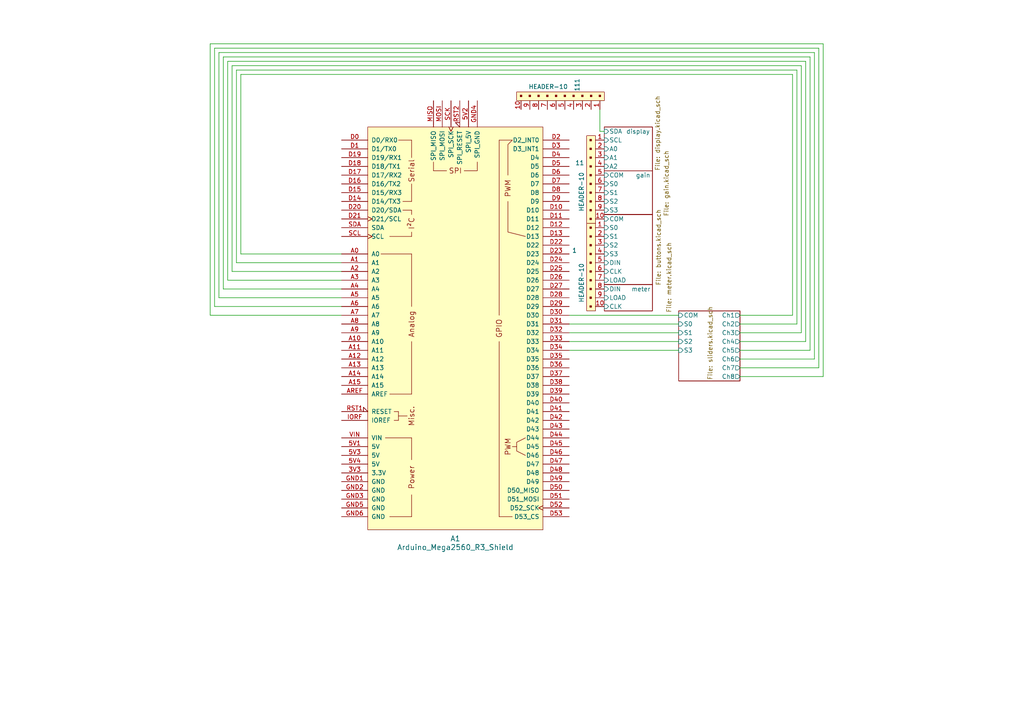
<source format=kicad_sch>
(kicad_sch (version 20231120) (generator "eeschema") (generator_version "8.0")
  (paper "A4")
  (title_block (title "mixer") (date "2024-07-13") (rev "0"))
  (lib_symbols
    (symbol "arduino-library:Arduino_Mega2560_R3_Shield" (pin_names (offset 1.016))
      (property "Reference" "A" (at 0 -62.23 0))
      (property "Value" "Arduino_Mega2560_R3_Shield" (at 0 -66.04 0))
      (symbol "Arduino_Mega2560_R3_Shield_0_0"
        (rectangle (start -25.4 -58.42) (end 25.4 58.42) (fill (type background)))
        (rectangle (start -20.32 -31.75) (end -12.7 -31.75))
        (rectangle (start -19.05 -54.61) (end -12.7 -54.61))
        (rectangle (start -19.05 -19.05) (end -12.7 -19.05))
        (rectangle (start -19.05 26.67) (end -12.7 26.67))
        (rectangle (start -17.78 -26.67) (end -16.51 -26.67))
        (rectangle (start -17.78 -24.13) (end -16.51 -24.13))
        (rectangle (start -16.51 -25.4) (end -13.97 -25.4))
        (rectangle (start -16.51 -24.13) (end -16.51 -26.67))
        (rectangle (start -16.51 54.61) (end -12.7 54.61))
        (rectangle (start -15.24 34.29) (end -12.7 34.29))
        (rectangle (start -15.24 36.83) (end -12.7 36.83))
        (rectangle (start -12.7 -54.61) (end -12.7 -48.26))
        (rectangle (start -12.7 -31.75) (end -12.7 -38.1))
        (rectangle (start -12.7 26.67) (end -12.7 27.94))
        (rectangle (start -12.7 34.29) (end -12.7 33.02))
        (rectangle (start -12.7 41.91) (end -12.7 36.83))
        (rectangle (start -12.7 49.53) (end -12.7 54.61))
        (rectangle (start -6.35 48.26) (end -6.35 45.72))
        (rectangle (start -2.54 45.72) (end -6.35 45.72))
        (polyline (pts (xy -21.59 21.59) (xy -12.7 21.59)))
        (polyline (pts (xy -12.7 -19.05) (xy -12.7 -3.81)))
        (polyline (pts (xy -12.7 6.35) (xy -12.7 21.59)))
        (polyline (pts (xy 12.7 -54.61) (xy 16.51 -54.61)))
        (polyline (pts (xy 12.7 54.61) (xy 16.51 54.61)))
        (polyline (pts (xy 17.78 -34.29) (xy 16.51 -34.29)))
        (polyline (pts (xy 15.24 36.83) (xy 15.24 27.94) (xy 20.32 26.67)))
        (polyline (pts (xy 15.24 44.45) (xy 15.24 53.34) (xy 16.51 54.61)))
        (polyline (pts (xy 20.32 -31.75) (xy 17.78 -33.02) (xy 17.78 -35.56) (xy 20.32 -36.83)))
        (rectangle (start 6.35 45.72) (end 2.54 45.72))
        (rectangle (start 6.35 48.26) (end 6.35 45.72))
        (text "Analog" (at -12.7 1.27 900) (effects (font (size 1.524 1.524))))
        (text "I²C" (at -12.7 30.48 900) (effects (font (size 1.524 1.524))))
        (text "Misc." (at -12.7 -25.4 900) (effects (font (size 1.524 1.524))))
        (text "Power" (at -12.7 -43.18 900) (effects (font (size 1.524 1.524))))
        (text "PWM" (at 15.24 -34.29 900) (effects (font (size 1.524 1.524))))
        (text "PWM" (at 15.24 40.64 900) (effects (font (size 1.524 1.524))))
        (text "Serial" (at -12.7 45.72 900) (effects (font (size 1.524 1.524))))
        (text "SPI" (at 0 45.72 0) (effects (font (size 1.524 1.524))))
      )
      (symbol "Arduino_Mega2560_R3_Shield_1_0"
        (rectangle (start 12.7 -54.61) (end 12.7 -3.81))
        (rectangle (start 12.7 54.61) (end 12.7 3.81))
        (text "GPIO" (at 12.7 0 900) (effects (font (size 1.524 1.524))))
      )
      (symbol "Arduino_Mega2560_R3_Shield_1_1"
        (pin power_out line (at -33.02 -41.91 0) (length 7.62) (name "3.3V") (number "3V3"))
        (pin power_in line (at -33.02 -34.29 0) (length 7.62) (name "5V") (number "5V1"))
        (pin power_in line (at 3.81 66.04 270) (length 7.62) (name "SPI_5V") (number "5V2"))
        (pin power_in line (at -33.02 -36.83 0) (length 7.62) (name "5V") (number "5V3"))
        (pin power_in line (at -33.02 -39.37 0) (length 7.62) (name "5V") (number "5V4"))
        (pin bidirectional line (at -33.02 21.59 0) (length 7.62) (name "A0") (number "A0"))
        (pin bidirectional line (at -33.02 19.05 0) (length 7.62) (name "A1") (number "A1"))
        (pin bidirectional line (at -33.02 -3.81 0) (length 7.62) (name "A10") (number "A10"))
        (pin bidirectional line (at -33.02 -6.35 0) (length 7.62) (name "A11") (number "A11"))
        (pin bidirectional line (at -33.02 -8.89 0) (length 7.62) (name "A12") (number "A12"))
        (pin bidirectional line (at -33.02 -11.43 0) (length 7.62) (name "A13") (number "A13"))
        (pin bidirectional line (at -33.02 -13.97 0) (length 7.62) (name "A14") (number "A14"))
        (pin bidirectional line (at -33.02 -16.51 0) (length 7.62) (name "A15") (number "A15"))
        (pin bidirectional line (at -33.02 16.51 0) (length 7.62) (name "A2") (number "A2"))
        (pin bidirectional line (at -33.02 13.97 0) (length 7.62) (name "A3") (number "A3"))
        (pin bidirectional line (at -33.02 11.43 0) (length 7.62) (name "A4") (number "A4"))
        (pin bidirectional line (at -33.02 8.89 0) (length 7.62) (name "A5") (number "A5"))
        (pin bidirectional line (at -33.02 6.35 0) (length 7.62) (name "A6") (number "A6"))
        (pin bidirectional line (at -33.02 3.81 0) (length 7.62) (name "A7") (number "A7"))
        (pin bidirectional line (at -33.02 1.27 0) (length 7.62) (name "A8") (number "A8"))
        (pin bidirectional line (at -33.02 -1.27 0) (length 7.62) (name "A9") (number "A9"))
        (pin input line (at -33.02 -19.05 0) (length 7.62) (name "AREF") (number "AREF"))
        (pin bidirectional line (at -33.02 54.61 0) (length 7.62) (name "D0/RX0") (number "D0"))
        (pin bidirectional line (at -33.02 52.07 0) (length 7.62) (name "D1/TX0") (number "D1"))
        (pin bidirectional line (at 33.02 34.29 180) (length 7.62) (name "D10") (number "D10"))
        (pin bidirectional line (at 33.02 31.75 180) (length 7.62) (name "D11") (number "D11"))
        (pin bidirectional line (at 33.02 29.21 180) (length 7.62) (name "D12") (number "D12"))
        (pin bidirectional line (at 33.02 26.67 180) (length 7.62) (name "D13") (number "D13"))
        (pin bidirectional line (at -33.02 36.83 0) (length 7.62) (name "D14/TX3") (number "D14"))
        (pin bidirectional line (at -33.02 39.37 0) (length 7.62) (name "D15/RX3") (number "D15"))
        (pin bidirectional line (at -33.02 41.91 0) (length 7.62) (name "D16/TX2") (number "D16"))
        (pin bidirectional line (at -33.02 44.45 0) (length 7.62) (name "D17/RX2") (number "D17"))
        (pin bidirectional line (at -33.02 46.99 0) (length 7.62) (name "D18/TX1") (number "D18"))
        (pin bidirectional line (at -33.02 49.53 0) (length 7.62) (name "D19/RX1") (number "D19"))
        (pin bidirectional line (at 33.02 54.61 180) (length 7.62) (name "D2_INT0") (number "D2"))
        (pin bidirectional line (at -33.02 34.29 0) (length 7.62) (name "D20/SDA") (number "D20"))
        (pin bidirectional clock (at -33.02 31.75 0) (length 7.62) (name "D21/SCL") (number "D21"))
        (pin bidirectional line (at 33.02 24.13 180) (length 7.62) (name "D22") (number "D22"))
        (pin bidirectional line (at 33.02 21.59 180) (length 7.62) (name "D23") (number "D23"))
        (pin bidirectional line (at 33.02 19.05 180) (length 7.62) (name "D24") (number "D24"))
        (pin bidirectional line (at 33.02 16.51 180) (length 7.62) (name "D25") (number "D25"))
        (pin bidirectional line (at 33.02 13.97 180) (length 7.62) (name "D26") (number "D26"))
        (pin bidirectional line (at 33.02 11.43 180) (length 7.62) (name "D27") (number "D27"))
        (pin bidirectional line (at 33.02 8.89 180) (length 7.62) (name "D28") (number "D28"))
        (pin bidirectional line (at 33.02 6.35 180) (length 7.62) (name "D29") (number "D29"))
        (pin bidirectional line (at 33.02 52.07 180) (length 7.62) (name "D3_INT1") (number "D3"))
        (pin bidirectional line (at 33.02 3.81 180) (length 7.62) (name "D30") (number "D30"))
        (pin bidirectional line (at 33.02 1.27 180) (length 7.62) (name "D31") (number "D31"))
        (pin bidirectional line (at 33.02 -1.27 180) (length 7.62) (name "D32") (number "D32"))
        (pin bidirectional line (at 33.02 -3.81 180) (length 7.62) (name "D33") (number "D33"))
        (pin bidirectional line (at 33.02 -6.35 180) (length 7.62) (name "D34") (number "D34"))
        (pin bidirectional line (at 33.02 -8.89 180) (length 7.62) (name "D35") (number "D35"))
        (pin bidirectional line (at 33.02 -11.43 180) (length 7.62) (name "D36") (number "D36"))
        (pin bidirectional line (at 33.02 -13.97 180) (length 7.62) (name "D37") (number "D37"))
        (pin bidirectional line (at 33.02 -16.51 180) (length 7.62) (name "D38") (number "D38"))
        (pin bidirectional line (at 33.02 -19.05 180) (length 7.62) (name "D39") (number "D39"))
        (pin bidirectional line (at 33.02 49.53 180) (length 7.62) (name "D4") (number "D4"))
        (pin bidirectional line (at 33.02 -21.59 180) (length 7.62) (name "D40") (number "D40"))
        (pin bidirectional line (at 33.02 -24.13 180) (length 7.62) (name "D41") (number "D41"))
        (pin bidirectional line (at 33.02 -26.67 180) (length 7.62) (name "D42") (number "D42"))
        (pin bidirectional line (at 33.02 -29.21 180) (length 7.62) (name "D43") (number "D43"))
        (pin bidirectional line (at 33.02 -31.75 180) (length 7.62) (name "D44") (number "D44"))
        (pin bidirectional line (at 33.02 -34.29 180) (length 7.62) (name "D45") (number "D45"))
        (pin bidirectional line (at 33.02 -36.83 180) (length 7.62) (name "D46") (number "D46"))
        (pin bidirectional line (at 33.02 -39.37 180) (length 7.62) (name "D47") (number "D47"))
        (pin bidirectional line (at 33.02 -41.91 180) (length 7.62) (name "D48") (number "D48"))
        (pin bidirectional line (at 33.02 -44.45 180) (length 7.62) (name "D49") (number "D49"))
        (pin bidirectional line (at 33.02 46.99 180) (length 7.62) (name "D5") (number "D5"))
        (pin bidirectional line (at 33.02 -46.99 180) (length 7.62) (name "D50_MISO") (number "D50"))
        (pin bidirectional line (at 33.02 -49.53 180) (length 7.62) (name "D51_MOSI") (number "D51"))
        (pin bidirectional clock (at 33.02 -52.07 180) (length 7.62) (name "D52_SCK") (number "D52"))
        (pin bidirectional line (at 33.02 -54.61 180) (length 7.62) (name "D53_CS") (number "D53"))
        (pin bidirectional line (at 33.02 44.45 180) (length 7.62) (name "D6") (number "D6"))
        (pin bidirectional line (at 33.02 41.91 180) (length 7.62) (name "D7") (number "D7"))
        (pin bidirectional line (at 33.02 39.37 180) (length 7.62) (name "D8") (number "D8"))
        (pin bidirectional line (at 33.02 36.83 180) (length 7.62) (name "D9") (number "D9"))
        (pin power_in line (at -33.02 -44.45 0) (length 7.62) (name "GND") (number "GND1"))
        (pin power_in line (at -33.02 -46.99 0) (length 7.62) (name "GND") (number "GND2"))
        (pin power_in line (at -33.02 -49.53 0) (length 7.62) (name "GND") (number "GND3"))
        (pin power_in line (at 6.35 66.04 270) (length 7.62) (name "SPI_GND") (number "GND4"))
        (pin power_in line (at -33.02 -52.07 0) (length 7.62) (name "GND") (number "GND5"))
        (pin power_in line (at -33.02 -54.61 0) (length 7.62) (name "GND") (number "GND6"))
        (pin output line (at -33.02 -26.67 0) (length 7.62) (name "IOREF") (number "IORF"))
        (pin input line (at -6.35 66.04 270) (length 7.62) (name "SPI_MISO") (number "MISO"))
        (pin output line (at -3.81 66.04 270) (length 7.62) (name "SPI_MOSI") (number "MOSI"))
        (pin open_collector input_low (at -33.02 -24.13 0) (length 7.62) (name "RESET") (number "RST1"))
        (pin open_collector input_low (at 1.27 66.04 270) (length 7.62) (name "SPI_RESET") (number "RST2"))
        (pin output clock (at -1.27 66.04 270) (length 7.62) (name "SPI_SCK") (number "SCK"))
        (pin bidirectional clock (at -33.02 26.67 0) (length 7.62) (name "SCL") (number "SCL"))
        (pin bidirectional line (at -33.02 29.21 0) (length 7.62) (name "SDA") (number "SDA"))
        (pin power_in line (at -33.02 -31.75 0) (length 7.62) (name "VIN") (number "VIN"))
      )
    )
    (symbol "mixer:HEADER-10" (pin_names (offset 1.016) hide)
      (property "Reference" " " (at 41.91 20.066 0))
      (property "Value" "HEADER-10" (at -4.064 -9.398 90))
      (symbol "HEADER-10_1_1"
        (rectangle (start -2.54 1.27) (end 0 -24.13) (fill (type background)))
        (rectangle (start -1.143 -22.606) (end -1.651 -23.114) (fill (type outline)))
        (rectangle (start -1.143 -20.066) (end -1.651 -20.574) (fill (type outline)))
        (rectangle (start -1.143 -17.526) (end -1.651 -18.034) (fill (type outline)))
        (rectangle (start -1.143 -14.986) (end -1.651 -15.494) (fill (type outline)))
        (rectangle (start -1.143 -12.446) (end -1.651 -12.954) (fill (type outline)))
        (rectangle (start -1.143 -9.906) (end -1.651 -10.414) (fill (type outline)))
        (rectangle (start -1.143 -7.366) (end -1.651 -7.874) (fill (type outline)))
        (rectangle (start -1.143 -4.826) (end -1.651 -5.334) (fill (type outline)))
        (rectangle (start -1.143 -2.286) (end -1.651 -2.794) (fill (type outline)))
        (rectangle (start -1.143 0.254) (end -1.651 -0.254) (fill (type outline)))
        (pin passive line (at 2.54 0 180) (length 2.54) (name "~") (number "1"))
        (pin passive line (at 2.54 -22.86 180) (length 2.54) (name "~") (number "10"))
        (pin passive line (at 2.54 -2.54 180) (length 2.54) (name "~") (number "2"))
        (pin passive line (at 2.54 -5.08 180) (length 2.54) (name "~") (number "3"))
        (pin passive line (at 2.54 -7.62 180) (length 2.54) (name "~") (number "4"))
        (pin passive line (at 2.54 -10.16 180) (length 2.54) (name "~") (number "5"))
        (pin passive line (at 2.54 -12.7 180) (length 2.54) (name "~") (number "6"))
        (pin passive line (at 2.54 -15.24 180) (length 2.54) (name "~") (number "7"))
        (pin passive line (at 2.54 -17.78 180) (length 2.54) (name "~") (number "8"))
        (pin passive line (at 2.54 -20.32 180) (length 2.54) (name "~") (number "9"))
      )
    )
  )
  (wire (pts (xy 165.1 101.6) (xy 196.85 101.6)))
  (wire (pts (xy 67.31 19.05) (xy 232.41 19.05)))
  (wire (pts (xy 232.41 19.05) (xy 232.41 96.52)))
  (wire (pts (xy 214.63 104.14) (xy 236.22 104.14)))
  (wire (pts (xy 99.06 88.9) (xy 62.23 88.9)))
  (wire (pts (xy 99.06 91.44) (xy 60.96 91.44)))
  (wire (pts (xy 173.99 38.1) (xy 175.26 38.1)))
  (wire (pts (xy 236.22 15.24) (xy 236.22 104.14)))
  (wire (pts (xy 214.63 106.68) (xy 237.49 106.68)))
  (wire (pts (xy 99.06 76.2) (xy 68.58 76.2)))
  (wire (pts (xy 60.96 91.44) (xy 60.96 12.7)))
  (wire (pts (xy 214.63 96.52) (xy 232.41 96.52)))
  (wire (pts (xy 99.06 78.74) (xy 67.31 78.74)))
  (wire (pts (xy 64.77 16.51) (xy 234.95 16.51)))
  (wire (pts (xy 234.95 16.51) (xy 234.95 101.6)))
  (wire (pts (xy 63.5 86.36) (xy 63.5 15.24)))
  (wire (pts (xy 63.5 15.24) (xy 236.22 15.24)))
  (wire (pts (xy 173.99 31.75) (xy 173.99 38.1)))
  (wire (pts (xy 69.85 73.66) (xy 69.85 21.59)))
  (wire (pts (xy 62.23 88.9) (xy 62.23 13.97)))
  (wire (pts (xy 165.1 99.06) (xy 196.85 99.06)))
  (wire (pts (xy 99.06 83.82) (xy 64.77 83.82)))
  (wire (pts (xy 229.87 21.59) (xy 229.87 91.44)))
  (wire (pts (xy 165.1 96.52) (xy 196.85 96.52)))
  (wire (pts (xy 214.63 91.44) (xy 229.87 91.44)))
  (wire (pts (xy 238.76 12.7) (xy 238.76 109.22)))
  (wire (pts (xy 214.63 109.22) (xy 238.76 109.22)))
  (wire (pts (xy 60.96 12.7) (xy 238.76 12.7)))
  (wire (pts (xy 68.58 20.32) (xy 231.14 20.32)))
  (wire (pts (xy 214.63 99.06) (xy 233.68 99.06)))
  (wire (pts (xy 62.23 13.97) (xy 237.49 13.97)))
  (wire (pts (xy 165.1 93.98) (xy 196.85 93.98)))
  (wire (pts (xy 214.63 101.6) (xy 234.95 101.6)))
  (wire (pts (xy 66.04 81.28) (xy 66.04 17.78)))
  (wire (pts (xy 66.04 17.78) (xy 233.68 17.78)))
  (wire (pts (xy 99.06 86.36) (xy 63.5 86.36)))
  (wire (pts (xy 165.1 91.44) (xy 196.85 91.44)))
  (wire (pts (xy 214.63 93.98) (xy 231.14 93.98)))
  (wire (pts (xy 67.31 78.74) (xy 67.31 19.05)))
  (wire (pts (xy 233.68 17.78) (xy 233.68 99.06)))
  (wire (pts (xy 237.49 13.97) (xy 237.49 106.68)))
  (wire (pts (xy 231.14 20.32) (xy 231.14 93.98)))
  (wire (pts (xy 64.77 83.82) (xy 64.77 16.51)))
  (wire (pts (xy 99.06 73.66) (xy 69.85 73.66)))
  (wire (pts (xy 69.85 21.59) (xy 229.87 21.59)))
  (wire (pts (xy 99.06 81.28) (xy 66.04 81.28)))
  (wire (pts (xy 68.58 76.2) (xy 68.58 20.32)))
  (symbol (lib_id "mixer:HEADER-10") (at 172.72 40.64 0) (unit 1)
    (property "Reference" " 11" (at 168.148 47.244 0))
    (property "Value" "HEADER-10" (at 168.656 55.626 90))
    (property "Digi-Key_PN" " " (effects (hide yes)))
    (property "MPN" " " (effects (hide yes)))
    (property "Category" " " (effects (hide yes)))
    (property "Family" " " (effects (hide yes)))
    (property "DK_Datasheet_Link" " " (effects (hide yes)))
    (property "DK_Detail_Page" " " (effects (hide yes)))
    (property "Description_1" " " (effects (hide yes)))
    (property "Manufacturer" " " (effects (hide yes)))
    (property "Status" " " (effects (hide yes)))
  )
  (symbol (lib_id "mixer:HEADER-10") (at 172.72 66.04 0) (unit 1)
    (property "Reference" " 1" (at 166.624 72.644 0))
    (property "Value" "HEADER-10" (at 168.656 82.042 90))
    (property "Digi-Key_PN" " " (effects (hide yes)))
    (property "MPN" " " (effects (hide yes)))
    (property "Category" " " (effects (hide yes)))
    (property "Family" " " (effects (hide yes)))
    (property "DK_Datasheet_Link" " " (effects (hide yes)))
    (property "DK_Detail_Page" " " (effects (hide yes)))
    (property "Description_1" " " (effects (hide yes)))
    (property "Manufacturer" " " (effects (hide yes)))
    (property "Status" " " (effects (hide yes)))
  )
  (symbol (lib_id "arduino-library:Arduino_Mega2560_R3_Shield") (at 132.08 95.25 0) (unit 1) (on_board no)
    (property "Reference" "A1" (at 132.08 156.21 0) (effects (font (size 1.524 1.524))))
    (property "Value" "Arduino_Mega2560_R3_Shield" (at 132.08 158.75 0) (effects (font (size 1.524 1.524))))
    (property "Footprint" "PCM_arduino-library:Arduino_Mega2560_R3_Shield" (effects (hide yes)))
    (property "Datasheet" "https://docs.arduino.cc/hardware/mega-2560" (effects (hide yes)))
    (property "Description" "Shield for Arduino Mega 2560 R3" (effects (hide yes)))
  )
  (symbol (lib_id "mixer:HEADER-10") (at 173.99 29.21 270) (unit 1)
    (property "Reference" " 111" (at 167.386 24.638 0))
    (property "Value" "HEADER-10" (at 159.004 25.146 90))
    (property "Digi-Key_PN" " " (effects (hide yes)))
    (property "MPN" " " (effects (hide yes)))
    (property "Category" " " (effects (hide yes)))
    (property "Family" " " (effects (hide yes)))
    (property "DK_Datasheet_Link" " " (effects (hide yes)))
    (property "DK_Detail_Page" " " (effects (hide yes)))
    (property "Description_1" " " (effects (hide yes)))
    (property "Manufacturer" " " (effects (hide yes)))
    (property "Status" " " (effects (hide yes)))
  )
  (sheet (at 175.26 49.53) (size 13.97 12.7) (stroke (width 0.1524))
    (property "Sheetname" "gain" (at 184.404 51.562 0) (effects (justify left bottom)))
    (property "Sheetfile" "gain.kicad_sch" (at 192.532 62.738 90) (effects (justify left top)))
    (pin "COM" input (at 175.26 50.8 180))
    (pin "S0" input (at 175.26 53.34 180))
    (pin "S3" input (at 175.26 60.96 180))
    (pin "S2" input (at 175.26 58.42 180))
    (pin "S1" input (at 175.26 55.88 180))
  )
  (sheet (at 196.85 90.17) (size 17.78 20.32) (stroke (width 0.1524))
    (property "Sheetname" "sliders" (effects (hide yes)))
    (property "Sheetfile" "sliders.kicad_sch" (at 205.232 110.236 90) (effects (justify left top)))
    (pin "Ch1" output (at 214.63 91.44 0))
    (pin "Ch6" output (at 214.63 104.14 0))
    (pin "Ch5" output (at 214.63 101.6 0))
    (pin "Ch7" output (at 214.63 106.68 0))
    (pin "Ch8" output (at 214.63 109.22 0))
    (pin "Ch3" output (at 214.63 96.52 0))
    (pin "Ch2" output (at 214.63 93.98 0))
    (pin "Ch4" output (at 214.63 99.06 0))
    (pin "S3" input (at 196.85 101.6 180))
    (pin "S2" input (at 196.85 99.06 180))
    (pin "S1" input (at 196.85 96.52 180))
    (pin "COM" input (at 196.85 91.44 180))
    (pin "S0" input (at 196.85 93.98 180))
  )
  (sheet (at 175.26 82.55) (size 13.97 7.62) (stroke (width 0.1524))
    (property "Sheetname" "meter" (at 183.134 84.582 0) (effects (justify left bottom)))
    (property "Sheetfile" "meter.kicad_sch" (at 193.294 90.678 90) (effects (justify left top)))
    (pin "LOAD" input (at 175.26 86.36 180))
    (pin "CLK" input (at 175.26 88.9 180))
    (pin "DIN" input (at 175.26 83.82 180))
  )
  (sheet (at 175.26 62.23) (size 13.97 20.32) (stroke (width 0.1524))
    (property "Sheetname" "buttons" (effects (hide yes)))
    (property "Sheetfile" "buttons.kicad_sch" (at 190.246 82.804 90) (effects (justify left top)))
    (pin "LOAD" input (at 175.26 81.28 180))
    (pin "CLK" input (at 175.26 78.74 180))
    (pin "DIN" input (at 175.26 76.2 180))
    (pin "S2" input (at 175.26 71.12 180))
    (pin "S1" input (at 175.26 68.58 180))
    (pin "S3" input (at 175.26 73.66 180))
    (pin "COM" input (at 175.26 63.5 180))
    (pin "S0" input (at 175.26 66.04 180))
  )
  (sheet (at 175.26 36.83) (size 13.97 12.7) (stroke (width 0.1524))
    (property "Sheetname" "display" (at 181.61 38.862 0) (effects (justify left bottom)))
    (property "Sheetfile" "display.kicad_sch" (at 189.992 49.53 90) (effects (justify left top)))
    (pin "A2" input (at 175.26 48.26 180))
    (pin "A0" input (at 175.26 43.18 180))
    (pin "A1" input (at 175.26 45.72 180))
    (pin "SDA" input (at 175.26 38.1 180))
    (pin "SCL" input (at 175.26 40.64 180))
  )
)
</source>
